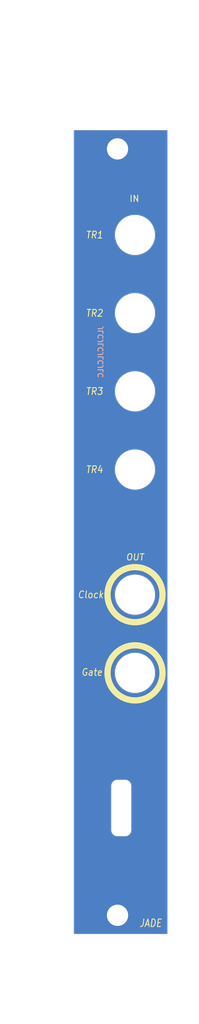
<source format=kicad_pcb>
(kicad_pcb (version 20221018) (generator pcbnew)
  (title_block (title "jade") (date "2021-03-20") (rev "B") (company "Akiyuki Okayasu"))
  (layers (0 "F.Cu" signal) (31 "B.Cu" signal) (34 "B.Paste" user) (35 "F.Paste" user) (36 "B.SilkS" user "B.Silkscreen") (37 "F.SilkS" user "F.Silkscreen") (38 "B.Mask" user) (39 "F.Mask" user) (44 "Edge.Cuts" user))
  (net 0 "")
  (net 1 "GND")
  (footprint "Akiyuki_Footprint:MountingHole_3.4mm" (layer "F.Cu") (at 109.5 43.75)
    (fp_text reference "H1" hide)
    (fp_text value "MountingHole_Pad" hide)
    (pad "1" thru_hole circle (at 0 0) (size 3.55 3.55) (drill 3.4) (layers "*.Cu" "*.Mask") (net 1 "GND"))
  )
  (footprint "Akiyuki_Footprint:MountingHole_3.4mm" (layer "F.Cu") (at 109.5 166.25)
    (fp_text reference "H2" hide)
    (fp_text value "MountingHole_Pad" hide)
    (pad "1" thru_hole circle (at 0 0) (size 3.55 3.55) (drill 3.4) (layers "*.Cu" "*.Mask") (net 1 "GND"))
  )
  (gr_circle (center 112.3 115) (end 116.7 115) (stroke (width 1)) (fill none) (layer "F.SilkS"))
  (gr_circle (center 112.3 127.5) (end 116.7 127.5) (stroke (width 1)) (fill none) (layer "F.SilkS"))
  (gr_line (start 102.5 40.75) (end 117.5 40.75) (stroke (width 0.05)) (layer "Edge.Cuts"))
  (gr_line (start 102.5 169.25) (end 117.5 169.25) (stroke (width 0.05)) (layer "Edge.Cuts"))
  (gr_line (start 102.5 169.25) (end 102.5 40.75) (stroke (width 0.05)) (layer "Edge.Cuts"))
  (gr_line (start 110.7 144.6) (end 109.5 144.6) (stroke (width 0.05)) (layer "Edge.Cuts"))
  (gr_circle (center 112.3 70) (end 115.5 70) (stroke (width 0.05)) (fill none) (layer "Edge.Cuts"))
  (gr_circle (center 112.3 115) (end 115.5 115) (stroke (width 0.05)) (fill none) (layer "Edge.Cuts"))
  (gr_circle (center 112.3 95) (end 115.5 95) (stroke (width 0.05)) (fill none) (layer "Edge.Cuts"))
  (gr_circle (center 112.3 82.5) (end 115.5 82.5) (stroke (width 0.05)) (fill none) (layer "Edge.Cuts"))
  (gr_circle (center 112.3 127.5) (end 115.5 127.5) (stroke (width 0.05)) (fill none) (layer "Edge.Cuts"))
  (gr_circle (center 112.3 57.5) (end 115.5 57.5) (stroke (width 0.05)) (fill none) (layer "Edge.Cuts"))
  (gr_line (start 108.5 145.6) (end 108.5 152.6) (stroke (width 0.05)) (layer "Edge.Cuts"))
  (gr_line (start 111.7 152.6) (end 111.7 145.6) (stroke (width 0.05)) (layer "Edge.Cuts"))
  (gr_arc (start 110.7 144.6) (mid 111.407107 144.892893) (end 111.7 145.6) (stroke (width 0.05)) (layer "Edge.Cuts"))
  (gr_arc (start 108.5 145.6) (mid 108.792893 144.892893) (end 109.5 144.6) (stroke (width 0.05)) (layer "Edge.Cuts"))
  (gr_line (start 109.5 153.6) (end 110.7 153.6) (stroke (width 0.05)) (layer "Edge.Cuts"))
  (gr_arc (start 109.5 153.6) (mid 108.792893 153.307107) (end 108.5 152.6) (stroke (width 0.05)) (layer "Edge.Cuts"))
  (gr_arc (start 111.7 152.6) (mid 111.407107 153.307107) (end 110.7 153.6) (stroke (width 0.05)) (layer "Edge.Cuts"))
  (gr_line (start 117.5 40.75) (end 117.5 169.25) (stroke (width 0.05)) (layer "Edge.Cuts"))
  (gr_text "JLCJLCJLCJLC" (at 106.8 76.2 90) (layer "B.SilkS") (effects (font (size 0.8 0.8)) (justify mirror)))
  (gr_text "Gate" (at 105.4 127.4) (layer "F.SilkS") (effects (font (size 1.1 1) (thickness 0.15) italic)))
  (gr_text "OUT" (at 112.3 109) (layer "F.SilkS") (effects (font (size 1 1) (thickness 0.15) italic)))
  (gr_text "TR1" (at 105.8 57.5) (layer "F.SilkS") (effects (font (size 1.1 1) (thickness 0.15) italic)))
  (gr_text "TR3\n" (at 105.8 82.5) (layer "F.SilkS") (effects (font (size 1.1 1) (thickness 0.15) italic)))
  (gr_text "TR4\n" (at 105.8 95) (layer "F.SilkS") (effects (font (size 1.1 1) (thickness 0.15) italic)))
  (gr_text "JADE" (at 114.8 167.5) (layer "F.SilkS") (effects (font (size 1.2 1) (thickness 0.15) italic)))
  (gr_text "TR2" (at 105.8 70) (layer "F.SilkS") (effects (font (size 1.1 1) (thickness 0.15) italic)))
  (gr_text "IN" (at 112.2 51.7) (layer "F.SilkS") (effects (font (size 1 1))))
  (gr_text "Clock" (at 105.2 115) (layer "F.SilkS") (effects (font (size 1.1 1) (thickness 0.15) italic)))
  (zone (net 1) (net_name "GND") (layer "F.Cu") (connect_pads yes (clearance 0)) (min_thickness 0.254) (fill yes (thermal_gap 0.508) (thermal_bridge_width 0.508))
    (polygon (pts (xy 118 170.5) (xy 102 170.5) (xy 102 40) (xy 118 40)))
  )
  (zone (net 1) (net_name "GND") (layer "B.Cu") (connect_pads yes (clearance 0)) (min_thickness 0.254) (fill yes (thermal_gap 0.508) (thermal_bridge_width 0.508))
    (polygon (pts (xy 118 170) (xy 102 170) (xy 102 40) (xy 118 40)))
  )
)
</source>
